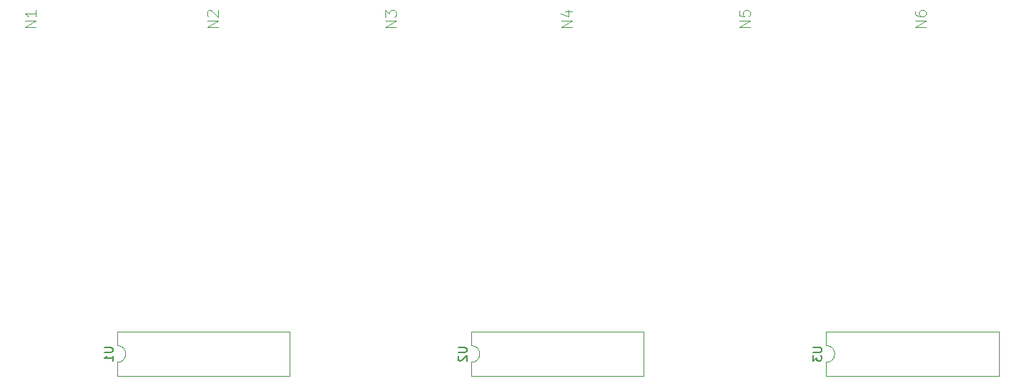
<source format=gbr>
G04 #@! TF.FileFunction,Legend,Bot*
%FSLAX46Y46*%
G04 Gerber Fmt 4.6, Leading zero omitted, Abs format (unit mm)*
G04 Created by KiCad (PCBNEW 4.0.7) date Sun Oct  1 12:43:17 2017*
%MOMM*%
%LPD*%
G01*
G04 APERTURE LIST*
%ADD10C,0.100000*%
%ADD11C,0.120000*%
%ADD12C,0.150000*%
%ADD13C,0.088900*%
G04 APERTURE END LIST*
D10*
D11*
X50867000Y-78597000D02*
G75*
G03X50867000Y-76597000I0J1000000D01*
G01*
X50867000Y-76597000D02*
X50867000Y-74947000D01*
X50867000Y-74947000D02*
X71307000Y-74947000D01*
X71307000Y-74947000D02*
X71307000Y-80247000D01*
X71307000Y-80247000D02*
X50867000Y-80247000D01*
X50867000Y-80247000D02*
X50867000Y-78597000D01*
X92777000Y-78597000D02*
G75*
G03X92777000Y-76597000I0J1000000D01*
G01*
X92777000Y-76597000D02*
X92777000Y-74947000D01*
X92777000Y-74947000D02*
X113217000Y-74947000D01*
X113217000Y-74947000D02*
X113217000Y-80247000D01*
X113217000Y-80247000D02*
X92777000Y-80247000D01*
X92777000Y-80247000D02*
X92777000Y-78597000D01*
X134814000Y-78597000D02*
G75*
G03X134814000Y-76597000I0J1000000D01*
G01*
X134814000Y-76597000D02*
X134814000Y-74947000D01*
X134814000Y-74947000D02*
X155254000Y-74947000D01*
X155254000Y-74947000D02*
X155254000Y-80247000D01*
X155254000Y-80247000D02*
X134814000Y-80247000D01*
X134814000Y-80247000D02*
X134814000Y-78597000D01*
D12*
X49319381Y-76835095D02*
X50128905Y-76835095D01*
X50224143Y-76882714D01*
X50271762Y-76930333D01*
X50319381Y-77025571D01*
X50319381Y-77216048D01*
X50271762Y-77311286D01*
X50224143Y-77358905D01*
X50128905Y-77406524D01*
X49319381Y-77406524D01*
X50319381Y-78406524D02*
X50319381Y-77835095D01*
X50319381Y-78120809D02*
X49319381Y-78120809D01*
X49462238Y-78025571D01*
X49557476Y-77930333D01*
X49605095Y-77835095D01*
X91229381Y-76835095D02*
X92038905Y-76835095D01*
X92134143Y-76882714D01*
X92181762Y-76930333D01*
X92229381Y-77025571D01*
X92229381Y-77216048D01*
X92181762Y-77311286D01*
X92134143Y-77358905D01*
X92038905Y-77406524D01*
X91229381Y-77406524D01*
X91324619Y-77835095D02*
X91277000Y-77882714D01*
X91229381Y-77977952D01*
X91229381Y-78216048D01*
X91277000Y-78311286D01*
X91324619Y-78358905D01*
X91419857Y-78406524D01*
X91515095Y-78406524D01*
X91657952Y-78358905D01*
X92229381Y-77787476D01*
X92229381Y-78406524D01*
X133266381Y-76835095D02*
X134075905Y-76835095D01*
X134171143Y-76882714D01*
X134218762Y-76930333D01*
X134266381Y-77025571D01*
X134266381Y-77216048D01*
X134218762Y-77311286D01*
X134171143Y-77358905D01*
X134075905Y-77406524D01*
X133266381Y-77406524D01*
X133266381Y-77787476D02*
X133266381Y-78406524D01*
X133647333Y-78073190D01*
X133647333Y-78216048D01*
X133694952Y-78311286D01*
X133742571Y-78358905D01*
X133837810Y-78406524D01*
X134075905Y-78406524D01*
X134171143Y-78358905D01*
X134218762Y-78311286D01*
X134266381Y-78216048D01*
X134266381Y-77930333D01*
X134218762Y-77835095D01*
X134171143Y-77787476D01*
D13*
X83856044Y-38877119D02*
X82586044Y-38877119D01*
X83856044Y-38151405D01*
X82586044Y-38151405D01*
X82586044Y-37667595D02*
X82586044Y-36881405D01*
X83069853Y-37304738D01*
X83069853Y-37123310D01*
X83130330Y-37002357D01*
X83190806Y-36941881D01*
X83311758Y-36881405D01*
X83614139Y-36881405D01*
X83735091Y-36941881D01*
X83795568Y-37002357D01*
X83856044Y-37123310D01*
X83856044Y-37486167D01*
X83795568Y-37607119D01*
X83735091Y-37667595D01*
X41184044Y-38877119D02*
X39914044Y-38877119D01*
X41184044Y-38151405D01*
X39914044Y-38151405D01*
X41184044Y-36881405D02*
X41184044Y-37607119D01*
X41184044Y-37244262D02*
X39914044Y-37244262D01*
X40095472Y-37365214D01*
X40216425Y-37486167D01*
X40276901Y-37607119D01*
X62774044Y-38877119D02*
X61504044Y-38877119D01*
X62774044Y-38151405D01*
X61504044Y-38151405D01*
X61624996Y-37607119D02*
X61564520Y-37546643D01*
X61504044Y-37425691D01*
X61504044Y-37123310D01*
X61564520Y-37002357D01*
X61624996Y-36941881D01*
X61745949Y-36881405D01*
X61866901Y-36881405D01*
X62048330Y-36941881D01*
X62774044Y-37667595D01*
X62774044Y-36881405D01*
X104684044Y-38877119D02*
X103414044Y-38877119D01*
X104684044Y-38151405D01*
X103414044Y-38151405D01*
X103837377Y-37002357D02*
X104684044Y-37002357D01*
X103353568Y-37304738D02*
X104260710Y-37607119D01*
X104260710Y-36820929D01*
X125766044Y-38877119D02*
X124496044Y-38877119D01*
X125766044Y-38151405D01*
X124496044Y-38151405D01*
X124496044Y-36941881D02*
X124496044Y-37546643D01*
X125100806Y-37607119D01*
X125040330Y-37546643D01*
X124979853Y-37425691D01*
X124979853Y-37123310D01*
X125040330Y-37002357D01*
X125100806Y-36941881D01*
X125221758Y-36881405D01*
X125524139Y-36881405D01*
X125645091Y-36941881D01*
X125705568Y-37002357D01*
X125766044Y-37123310D01*
X125766044Y-37425691D01*
X125705568Y-37546643D01*
X125645091Y-37607119D01*
X146594044Y-38877119D02*
X145324044Y-38877119D01*
X146594044Y-38151405D01*
X145324044Y-38151405D01*
X145324044Y-37002357D02*
X145324044Y-37244262D01*
X145384520Y-37365214D01*
X145444996Y-37425691D01*
X145626425Y-37546643D01*
X145868330Y-37607119D01*
X146352139Y-37607119D01*
X146473091Y-37546643D01*
X146533568Y-37486167D01*
X146594044Y-37365214D01*
X146594044Y-37123310D01*
X146533568Y-37002357D01*
X146473091Y-36941881D01*
X146352139Y-36881405D01*
X146049758Y-36881405D01*
X145928806Y-36941881D01*
X145868330Y-37002357D01*
X145807853Y-37123310D01*
X145807853Y-37365214D01*
X145868330Y-37486167D01*
X145928806Y-37546643D01*
X146049758Y-37607119D01*
M02*

</source>
